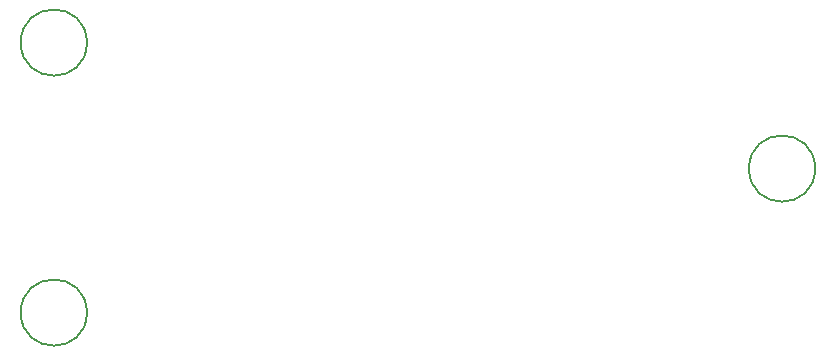
<source format=gbr>
%TF.GenerationSoftware,KiCad,Pcbnew,7.0.6*%
%TF.CreationDate,2023-09-20T14:55:28-04:00*%
%TF.ProjectId,32U4_NES_SNES_adapter,33325534-5f4e-4455-935f-534e45535f61,rev?*%
%TF.SameCoordinates,Original*%
%TF.FileFunction,Other,Comment*%
%FSLAX46Y46*%
G04 Gerber Fmt 4.6, Leading zero omitted, Abs format (unit mm)*
G04 Created by KiCad (PCBNEW 7.0.6) date 2023-09-20 14:55:28*
%MOMM*%
%LPD*%
G01*
G04 APERTURE LIST*
%ADD10C,0.150000*%
G04 APERTURE END LIST*
D10*
%TO.C,H3*%
X158350000Y-97917000D02*
G75*
G03*
X158350000Y-97917000I-2800000J0D01*
G01*
%TO.C,H1*%
X96695500Y-87249000D02*
G75*
G03*
X96695500Y-87249000I-2800000J0D01*
G01*
%TO.C,H2*%
X96695500Y-110109000D02*
G75*
G03*
X96695500Y-110109000I-2800000J0D01*
G01*
%TD*%
M02*

</source>
